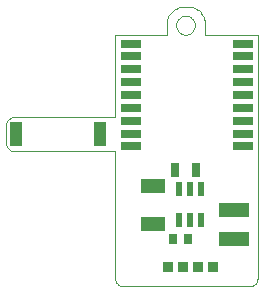
<source format=gbp>
G75*
%MOIN*%
%OFA0B0*%
%FSLAX24Y24*%
%IPPOS*%
%LPD*%
%AMOC8*
5,1,8,0,0,1.08239X$1,22.5*
%
%ADD10C,0.0000*%
%ADD11R,0.0394X0.0787*%
%ADD12R,0.0709X0.0276*%
%ADD13R,0.0709X0.0315*%
%ADD14R,0.1000X0.0500*%
%ADD15R,0.0320X0.0350*%
%ADD16R,0.0244X0.0480*%
%ADD17R,0.0276X0.0354*%
%ADD18R,0.0787X0.0472*%
%ADD19R,0.0315X0.0472*%
D10*
X009958Y013875D02*
X013333Y013875D01*
X013333Y009625D01*
X013335Y009595D01*
X013340Y009565D01*
X013349Y009536D01*
X013362Y009509D01*
X013377Y009483D01*
X013396Y009459D01*
X013417Y009438D01*
X013441Y009419D01*
X013467Y009404D01*
X013494Y009391D01*
X013523Y009382D01*
X013553Y009377D01*
X013583Y009375D01*
X017831Y009375D01*
X017861Y009377D01*
X017891Y009382D01*
X017920Y009391D01*
X017948Y009403D01*
X017973Y009419D01*
X017997Y009437D01*
X018019Y009458D01*
X018038Y009482D01*
X018053Y009508D01*
X018066Y009535D01*
X018075Y009564D01*
X018081Y009594D01*
X018083Y009624D01*
X018083Y017750D01*
X016333Y017750D01*
X016333Y018124D01*
X016333Y018125D02*
X016330Y018170D01*
X016323Y018215D01*
X016313Y018259D01*
X016300Y018303D01*
X016283Y018345D01*
X016263Y018386D01*
X016239Y018425D01*
X016213Y018462D01*
X016184Y018497D01*
X016152Y018529D01*
X016118Y018559D01*
X016082Y018586D01*
X016043Y018611D01*
X016003Y018632D01*
X015961Y018650D01*
X015918Y018664D01*
X015874Y018675D01*
X015829Y018683D01*
X015784Y018687D01*
X015738Y018688D01*
X015739Y018688D02*
X015603Y018688D01*
X015602Y018687D02*
X015555Y018682D01*
X015509Y018672D01*
X015464Y018660D01*
X015420Y018643D01*
X015377Y018624D01*
X015336Y018601D01*
X015297Y018575D01*
X015260Y018546D01*
X015226Y018514D01*
X015194Y018479D01*
X015164Y018442D01*
X015138Y018403D01*
X015115Y018362D01*
X015096Y018319D01*
X015079Y018275D01*
X015067Y018230D01*
X015057Y018184D01*
X015052Y018137D01*
X015050Y018090D01*
X015052Y018043D01*
X015052Y017750D01*
X013333Y017750D01*
X013333Y015000D01*
X009958Y015000D01*
X009928Y014998D01*
X009898Y014993D01*
X009869Y014984D01*
X009842Y014971D01*
X009816Y014956D01*
X009792Y014937D01*
X009771Y014916D01*
X009752Y014892D01*
X009737Y014866D01*
X009724Y014839D01*
X009715Y014810D01*
X009710Y014780D01*
X009708Y014750D01*
X009708Y014125D01*
X009710Y014095D01*
X009715Y014065D01*
X009724Y014036D01*
X009737Y014009D01*
X009752Y013983D01*
X009771Y013959D01*
X009792Y013938D01*
X009816Y013919D01*
X009842Y013904D01*
X009869Y013891D01*
X009898Y013882D01*
X009928Y013877D01*
X009958Y013875D01*
X015370Y018064D02*
X015372Y018099D01*
X015378Y018134D01*
X015388Y018167D01*
X015401Y018200D01*
X015418Y018231D01*
X015438Y018259D01*
X015462Y018285D01*
X015488Y018309D01*
X015516Y018329D01*
X015547Y018346D01*
X015580Y018359D01*
X015613Y018369D01*
X015648Y018375D01*
X015683Y018377D01*
X015718Y018375D01*
X015753Y018369D01*
X015786Y018359D01*
X015819Y018346D01*
X015850Y018329D01*
X015878Y018309D01*
X015904Y018285D01*
X015928Y018259D01*
X015948Y018231D01*
X015965Y018200D01*
X015978Y018167D01*
X015988Y018134D01*
X015994Y018099D01*
X015996Y018064D01*
X015994Y018029D01*
X015988Y017994D01*
X015978Y017961D01*
X015965Y017928D01*
X015948Y017897D01*
X015928Y017869D01*
X015904Y017843D01*
X015878Y017819D01*
X015850Y017799D01*
X015819Y017782D01*
X015786Y017769D01*
X015753Y017759D01*
X015718Y017753D01*
X015683Y017751D01*
X015648Y017753D01*
X015613Y017759D01*
X015580Y017769D01*
X015547Y017782D01*
X015516Y017799D01*
X015488Y017819D01*
X015462Y017843D01*
X015438Y017869D01*
X015418Y017897D01*
X015401Y017928D01*
X015388Y017961D01*
X015378Y017994D01*
X015372Y018029D01*
X015370Y018064D01*
D11*
X012833Y014436D03*
X010038Y014436D03*
D12*
X013852Y014032D03*
X013852Y017457D03*
X017592Y017457D03*
X017592Y014032D03*
D13*
X017592Y014445D03*
X017592Y014879D03*
X017592Y015312D03*
X017592Y015745D03*
X017592Y016178D03*
X017592Y016611D03*
X017592Y017044D03*
X013852Y017044D03*
X013852Y016611D03*
X013852Y016178D03*
X013852Y015745D03*
X013852Y015312D03*
X013852Y014879D03*
X013852Y014445D03*
D14*
X017302Y011906D03*
X017302Y010938D03*
D15*
X016583Y010000D03*
X016083Y010000D03*
X015583Y010000D03*
X015083Y010000D03*
D16*
X015458Y011562D03*
X015832Y011562D03*
X016206Y011566D03*
X016206Y012594D03*
X015832Y012594D03*
X015458Y012594D03*
D17*
X015265Y010938D03*
X015777Y010938D03*
D18*
X014583Y011433D03*
X014583Y012692D03*
D19*
X015323Y013250D03*
X016031Y013250D03*
M02*

</source>
